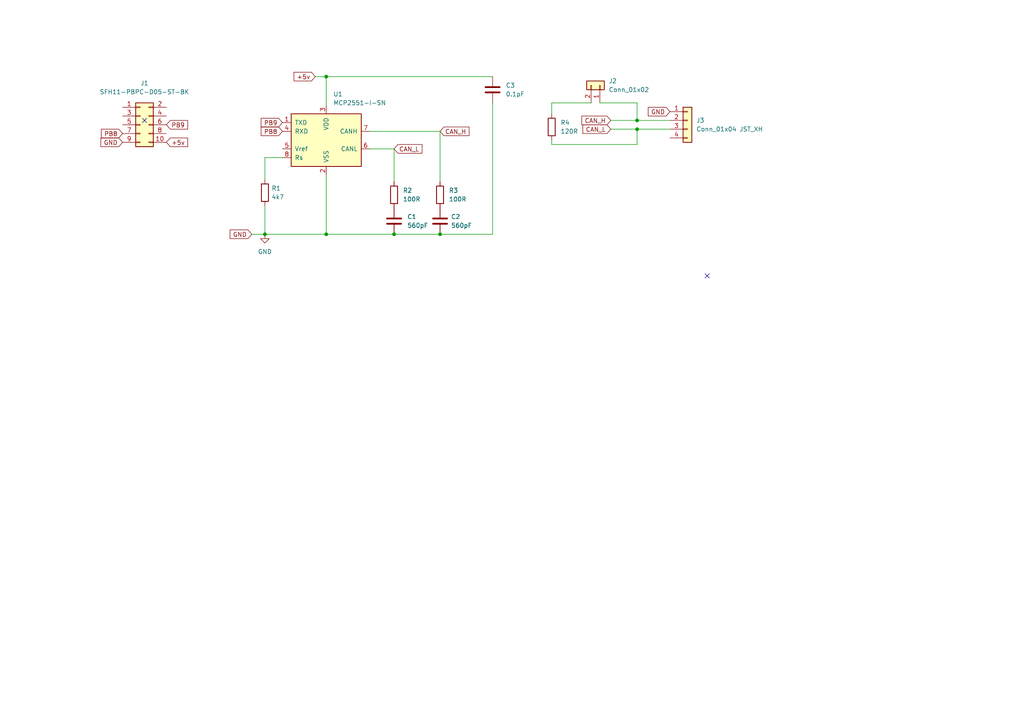
<source format=kicad_sch>
(kicad_sch (version 20211123) (generator eeschema)

  (uuid 198abf6f-6899-496a-8dbd-d73748042766)

  (paper "A4")

  (lib_symbols
    (symbol "Connector_Generic:Conn_01x02" (pin_names (offset 1.016) hide) (in_bom yes) (on_board yes)
      (property "Reference" "J" (id 0) (at 0 2.54 0)
        (effects (font (size 1.27 1.27)))
      )
      (property "Value" "Conn_01x02" (id 1) (at 0 -5.08 0)
        (effects (font (size 1.27 1.27)))
      )
      (property "Footprint" "" (id 2) (at 0 0 0)
        (effects (font (size 1.27 1.27)) hide)
      )
      (property "Datasheet" "~" (id 3) (at 0 0 0)
        (effects (font (size 1.27 1.27)) hide)
      )
      (property "ki_keywords" "connector" (id 4) (at 0 0 0)
        (effects (font (size 1.27 1.27)) hide)
      )
      (property "ki_description" "Generic connector, single row, 01x02, script generated (kicad-library-utils/schlib/autogen/connector/)" (id 5) (at 0 0 0)
        (effects (font (size 1.27 1.27)) hide)
      )
      (property "ki_fp_filters" "Connector*:*_1x??_*" (id 6) (at 0 0 0)
        (effects (font (size 1.27 1.27)) hide)
      )
      (symbol "Conn_01x02_1_1"
        (rectangle (start -1.27 -2.413) (end 0 -2.667)
          (stroke (width 0.1524) (type default) (color 0 0 0 0))
          (fill (type none))
        )
        (rectangle (start -1.27 0.127) (end 0 -0.127)
          (stroke (width 0.1524) (type default) (color 0 0 0 0))
          (fill (type none))
        )
        (rectangle (start -1.27 1.27) (end 1.27 -3.81)
          (stroke (width 0.254) (type default) (color 0 0 0 0))
          (fill (type background))
        )
        (pin passive line (at -5.08 0 0) (length 3.81)
          (name "Pin_1" (effects (font (size 1.27 1.27))))
          (number "1" (effects (font (size 1.27 1.27))))
        )
        (pin passive line (at -5.08 -2.54 0) (length 3.81)
          (name "Pin_2" (effects (font (size 1.27 1.27))))
          (number "2" (effects (font (size 1.27 1.27))))
        )
      )
    )
    (symbol "Connector_Generic:Conn_01x04" (pin_names (offset 1.016) hide) (in_bom yes) (on_board yes)
      (property "Reference" "J" (id 0) (at 0 5.08 0)
        (effects (font (size 1.27 1.27)))
      )
      (property "Value" "Conn_01x04" (id 1) (at 0 -7.62 0)
        (effects (font (size 1.27 1.27)))
      )
      (property "Footprint" "" (id 2) (at 0 0 0)
        (effects (font (size 1.27 1.27)) hide)
      )
      (property "Datasheet" "~" (id 3) (at 0 0 0)
        (effects (font (size 1.27 1.27)) hide)
      )
      (property "ki_keywords" "connector" (id 4) (at 0 0 0)
        (effects (font (size 1.27 1.27)) hide)
      )
      (property "ki_description" "Generic connector, single row, 01x04, script generated (kicad-library-utils/schlib/autogen/connector/)" (id 5) (at 0 0 0)
        (effects (font (size 1.27 1.27)) hide)
      )
      (property "ki_fp_filters" "Connector*:*_1x??_*" (id 6) (at 0 0 0)
        (effects (font (size 1.27 1.27)) hide)
      )
      (symbol "Conn_01x04_1_1"
        (rectangle (start -1.27 -4.953) (end 0 -5.207)
          (stroke (width 0.1524) (type default) (color 0 0 0 0))
          (fill (type none))
        )
        (rectangle (start -1.27 -2.413) (end 0 -2.667)
          (stroke (width 0.1524) (type default) (color 0 0 0 0))
          (fill (type none))
        )
        (rectangle (start -1.27 0.127) (end 0 -0.127)
          (stroke (width 0.1524) (type default) (color 0 0 0 0))
          (fill (type none))
        )
        (rectangle (start -1.27 2.667) (end 0 2.413)
          (stroke (width 0.1524) (type default) (color 0 0 0 0))
          (fill (type none))
        )
        (rectangle (start -1.27 3.81) (end 1.27 -6.35)
          (stroke (width 0.254) (type default) (color 0 0 0 0))
          (fill (type background))
        )
        (pin passive line (at -5.08 2.54 0) (length 3.81)
          (name "Pin_1" (effects (font (size 1.27 1.27))))
          (number "1" (effects (font (size 1.27 1.27))))
        )
        (pin passive line (at -5.08 0 0) (length 3.81)
          (name "Pin_2" (effects (font (size 1.27 1.27))))
          (number "2" (effects (font (size 1.27 1.27))))
        )
        (pin passive line (at -5.08 -2.54 0) (length 3.81)
          (name "Pin_3" (effects (font (size 1.27 1.27))))
          (number "3" (effects (font (size 1.27 1.27))))
        )
        (pin passive line (at -5.08 -5.08 0) (length 3.81)
          (name "Pin_4" (effects (font (size 1.27 1.27))))
          (number "4" (effects (font (size 1.27 1.27))))
        )
      )
    )
    (symbol "Connector_Generic:Conn_02x05_Odd_Even" (pin_names (offset 1.016) hide) (in_bom yes) (on_board yes)
      (property "Reference" "J" (id 0) (at 1.27 7.62 0)
        (effects (font (size 1.27 1.27)))
      )
      (property "Value" "Conn_02x05_Odd_Even" (id 1) (at 1.27 -7.62 0)
        (effects (font (size 1.27 1.27)))
      )
      (property "Footprint" "" (id 2) (at 0 0 0)
        (effects (font (size 1.27 1.27)) hide)
      )
      (property "Datasheet" "~" (id 3) (at 0 0 0)
        (effects (font (size 1.27 1.27)) hide)
      )
      (property "ki_keywords" "connector" (id 4) (at 0 0 0)
        (effects (font (size 1.27 1.27)) hide)
      )
      (property "ki_description" "Generic connector, double row, 02x05, odd/even pin numbering scheme (row 1 odd numbers, row 2 even numbers), script generated (kicad-library-utils/schlib/autogen/connector/)" (id 5) (at 0 0 0)
        (effects (font (size 1.27 1.27)) hide)
      )
      (property "ki_fp_filters" "Connector*:*_2x??_*" (id 6) (at 0 0 0)
        (effects (font (size 1.27 1.27)) hide)
      )
      (symbol "Conn_02x05_Odd_Even_1_1"
        (rectangle (start -1.27 -4.953) (end 0 -5.207)
          (stroke (width 0.1524) (type default) (color 0 0 0 0))
          (fill (type none))
        )
        (rectangle (start -1.27 -2.413) (end 0 -2.667)
          (stroke (width 0.1524) (type default) (color 0 0 0 0))
          (fill (type none))
        )
        (rectangle (start -1.27 0.127) (end 0 -0.127)
          (stroke (width 0.1524) (type default) (color 0 0 0 0))
          (fill (type none))
        )
        (rectangle (start -1.27 2.667) (end 0 2.413)
          (stroke (width 0.1524) (type default) (color 0 0 0 0))
          (fill (type none))
        )
        (rectangle (start -1.27 5.207) (end 0 4.953)
          (stroke (width 0.1524) (type default) (color 0 0 0 0))
          (fill (type none))
        )
        (rectangle (start -1.27 6.35) (end 3.81 -6.35)
          (stroke (width 0.254) (type default) (color 0 0 0 0))
          (fill (type background))
        )
        (rectangle (start 3.81 -4.953) (end 2.54 -5.207)
          (stroke (width 0.1524) (type default) (color 0 0 0 0))
          (fill (type none))
        )
        (rectangle (start 3.81 -2.413) (end 2.54 -2.667)
          (stroke (width 0.1524) (type default) (color 0 0 0 0))
          (fill (type none))
        )
        (rectangle (start 3.81 0.127) (end 2.54 -0.127)
          (stroke (width 0.1524) (type default) (color 0 0 0 0))
          (fill (type none))
        )
        (rectangle (start 3.81 2.667) (end 2.54 2.413)
          (stroke (width 0.1524) (type default) (color 0 0 0 0))
          (fill (type none))
        )
        (rectangle (start 3.81 5.207) (end 2.54 4.953)
          (stroke (width 0.1524) (type default) (color 0 0 0 0))
          (fill (type none))
        )
        (pin passive line (at -5.08 5.08 0) (length 3.81)
          (name "Pin_1" (effects (font (size 1.27 1.27))))
          (number "1" (effects (font (size 1.27 1.27))))
        )
        (pin passive line (at 7.62 -5.08 180) (length 3.81)
          (name "Pin_10" (effects (font (size 1.27 1.27))))
          (number "10" (effects (font (size 1.27 1.27))))
        )
        (pin passive line (at 7.62 5.08 180) (length 3.81)
          (name "Pin_2" (effects (font (size 1.27 1.27))))
          (number "2" (effects (font (size 1.27 1.27))))
        )
        (pin passive line (at -5.08 2.54 0) (length 3.81)
          (name "Pin_3" (effects (font (size 1.27 1.27))))
          (number "3" (effects (font (size 1.27 1.27))))
        )
        (pin passive line (at 7.62 2.54 180) (length 3.81)
          (name "Pin_4" (effects (font (size 1.27 1.27))))
          (number "4" (effects (font (size 1.27 1.27))))
        )
        (pin passive line (at -5.08 0 0) (length 3.81)
          (name "Pin_5" (effects (font (size 1.27 1.27))))
          (number "5" (effects (font (size 1.27 1.27))))
        )
        (pin passive line (at 7.62 0 180) (length 3.81)
          (name "Pin_6" (effects (font (size 1.27 1.27))))
          (number "6" (effects (font (size 1.27 1.27))))
        )
        (pin passive line (at -5.08 -2.54 0) (length 3.81)
          (name "Pin_7" (effects (font (size 1.27 1.27))))
          (number "7" (effects (font (size 1.27 1.27))))
        )
        (pin passive line (at 7.62 -2.54 180) (length 3.81)
          (name "Pin_8" (effects (font (size 1.27 1.27))))
          (number "8" (effects (font (size 1.27 1.27))))
        )
        (pin passive line (at -5.08 -5.08 0) (length 3.81)
          (name "Pin_9" (effects (font (size 1.27 1.27))))
          (number "9" (effects (font (size 1.27 1.27))))
        )
      )
    )
    (symbol "Device:C" (pin_numbers hide) (pin_names (offset 0.254)) (in_bom yes) (on_board yes)
      (property "Reference" "C" (id 0) (at 0.635 2.54 0)
        (effects (font (size 1.27 1.27)) (justify left))
      )
      (property "Value" "C" (id 1) (at 0.635 -2.54 0)
        (effects (font (size 1.27 1.27)) (justify left))
      )
      (property "Footprint" "" (id 2) (at 0.9652 -3.81 0)
        (effects (font (size 1.27 1.27)) hide)
      )
      (property "Datasheet" "~" (id 3) (at 0 0 0)
        (effects (font (size 1.27 1.27)) hide)
      )
      (property "ki_keywords" "cap capacitor" (id 4) (at 0 0 0)
        (effects (font (size 1.27 1.27)) hide)
      )
      (property "ki_description" "Unpolarized capacitor" (id 5) (at 0 0 0)
        (effects (font (size 1.27 1.27)) hide)
      )
      (property "ki_fp_filters" "C_*" (id 6) (at 0 0 0)
        (effects (font (size 1.27 1.27)) hide)
      )
      (symbol "C_0_1"
        (polyline
          (pts
            (xy -2.032 -0.762)
            (xy 2.032 -0.762)
          )
          (stroke (width 0.508) (type default) (color 0 0 0 0))
          (fill (type none))
        )
        (polyline
          (pts
            (xy -2.032 0.762)
            (xy 2.032 0.762)
          )
          (stroke (width 0.508) (type default) (color 0 0 0 0))
          (fill (type none))
        )
      )
      (symbol "C_1_1"
        (pin passive line (at 0 3.81 270) (length 2.794)
          (name "~" (effects (font (size 1.27 1.27))))
          (number "1" (effects (font (size 1.27 1.27))))
        )
        (pin passive line (at 0 -3.81 90) (length 2.794)
          (name "~" (effects (font (size 1.27 1.27))))
          (number "2" (effects (font (size 1.27 1.27))))
        )
      )
    )
    (symbol "Device:R" (pin_numbers hide) (pin_names (offset 0)) (in_bom yes) (on_board yes)
      (property "Reference" "R" (id 0) (at 2.032 0 90)
        (effects (font (size 1.27 1.27)))
      )
      (property "Value" "R" (id 1) (at 0 0 90)
        (effects (font (size 1.27 1.27)))
      )
      (property "Footprint" "" (id 2) (at -1.778 0 90)
        (effects (font (size 1.27 1.27)) hide)
      )
      (property "Datasheet" "~" (id 3) (at 0 0 0)
        (effects (font (size 1.27 1.27)) hide)
      )
      (property "ki_keywords" "R res resistor" (id 4) (at 0 0 0)
        (effects (font (size 1.27 1.27)) hide)
      )
      (property "ki_description" "Resistor" (id 5) (at 0 0 0)
        (effects (font (size 1.27 1.27)) hide)
      )
      (property "ki_fp_filters" "R_*" (id 6) (at 0 0 0)
        (effects (font (size 1.27 1.27)) hide)
      )
      (symbol "R_0_1"
        (rectangle (start -1.016 -2.54) (end 1.016 2.54)
          (stroke (width 0.254) (type default) (color 0 0 0 0))
          (fill (type none))
        )
      )
      (symbol "R_1_1"
        (pin passive line (at 0 3.81 270) (length 1.27)
          (name "~" (effects (font (size 1.27 1.27))))
          (number "1" (effects (font (size 1.27 1.27))))
        )
        (pin passive line (at 0 -3.81 90) (length 1.27)
          (name "~" (effects (font (size 1.27 1.27))))
          (number "2" (effects (font (size 1.27 1.27))))
        )
      )
    )
    (symbol "Interface_CAN_LIN:MCP2551-I-SN" (pin_names (offset 1.016)) (in_bom yes) (on_board yes)
      (property "Reference" "U" (id 0) (at -10.16 8.89 0)
        (effects (font (size 1.27 1.27)) (justify left))
      )
      (property "Value" "MCP2551-I-SN" (id 1) (at 2.54 8.89 0)
        (effects (font (size 1.27 1.27)) (justify left))
      )
      (property "Footprint" "Package_SO:SOIC-8_3.9x4.9mm_P1.27mm" (id 2) (at 0 -12.7 0)
        (effects (font (size 1.27 1.27) italic) hide)
      )
      (property "Datasheet" "http://ww1.microchip.com/downloads/en/devicedoc/21667d.pdf" (id 3) (at 0 0 0)
        (effects (font (size 1.27 1.27)) hide)
      )
      (property "ki_keywords" "High-Speed CAN Transceiver" (id 4) (at 0 0 0)
        (effects (font (size 1.27 1.27)) hide)
      )
      (property "ki_description" "High-Speed CAN Transceiver, 1Mbps, 5V supply, SOIC-8" (id 5) (at 0 0 0)
        (effects (font (size 1.27 1.27)) hide)
      )
      (property "ki_fp_filters" "SOIC*3.9x4.9mm*P1.27mm*" (id 6) (at 0 0 0)
        (effects (font (size 1.27 1.27)) hide)
      )
      (symbol "MCP2551-I-SN_0_1"
        (rectangle (start -10.16 7.62) (end 10.16 -7.62)
          (stroke (width 0.254) (type default) (color 0 0 0 0))
          (fill (type background))
        )
      )
      (symbol "MCP2551-I-SN_1_1"
        (pin input line (at -12.7 5.08 0) (length 2.54)
          (name "TXD" (effects (font (size 1.27 1.27))))
          (number "1" (effects (font (size 1.27 1.27))))
        )
        (pin power_in line (at 0 -10.16 90) (length 2.54)
          (name "VSS" (effects (font (size 1.27 1.27))))
          (number "2" (effects (font (size 1.27 1.27))))
        )
        (pin power_in line (at 0 10.16 270) (length 2.54)
          (name "VDD" (effects (font (size 1.27 1.27))))
          (number "3" (effects (font (size 1.27 1.27))))
        )
        (pin output line (at -12.7 2.54 0) (length 2.54)
          (name "RXD" (effects (font (size 1.27 1.27))))
          (number "4" (effects (font (size 1.27 1.27))))
        )
        (pin power_out line (at -12.7 -2.54 0) (length 2.54)
          (name "Vref" (effects (font (size 1.27 1.27))))
          (number "5" (effects (font (size 1.27 1.27))))
        )
        (pin bidirectional line (at 12.7 -2.54 180) (length 2.54)
          (name "CANL" (effects (font (size 1.27 1.27))))
          (number "6" (effects (font (size 1.27 1.27))))
        )
        (pin bidirectional line (at 12.7 2.54 180) (length 2.54)
          (name "CANH" (effects (font (size 1.27 1.27))))
          (number "7" (effects (font (size 1.27 1.27))))
        )
        (pin input line (at -12.7 -5.08 0) (length 2.54)
          (name "Rs" (effects (font (size 1.27 1.27))))
          (number "8" (effects (font (size 1.27 1.27))))
        )
      )
    )
    (symbol "power:GND" (power) (pin_names (offset 0)) (in_bom yes) (on_board yes)
      (property "Reference" "#PWR" (id 0) (at 0 -6.35 0)
        (effects (font (size 1.27 1.27)) hide)
      )
      (property "Value" "GND" (id 1) (at 0 -3.81 0)
        (effects (font (size 1.27 1.27)))
      )
      (property "Footprint" "" (id 2) (at 0 0 0)
        (effects (font (size 1.27 1.27)) hide)
      )
      (property "Datasheet" "" (id 3) (at 0 0 0)
        (effects (font (size 1.27 1.27)) hide)
      )
      (property "ki_keywords" "power-flag" (id 4) (at 0 0 0)
        (effects (font (size 1.27 1.27)) hide)
      )
      (property "ki_description" "Power symbol creates a global label with name \"GND\" , ground" (id 5) (at 0 0 0)
        (effects (font (size 1.27 1.27)) hide)
      )
      (symbol "GND_0_1"
        (polyline
          (pts
            (xy 0 0)
            (xy 0 -1.27)
            (xy 1.27 -1.27)
            (xy 0 -2.54)
            (xy -1.27 -1.27)
            (xy 0 -1.27)
          )
          (stroke (width 0) (type default) (color 0 0 0 0))
          (fill (type none))
        )
      )
      (symbol "GND_1_1"
        (pin power_in line (at 0 0 270) (length 0) hide
          (name "GND" (effects (font (size 1.27 1.27))))
          (number "1" (effects (font (size 1.27 1.27))))
        )
      )
    )
  )

  (junction (at 94.615 67.945) (diameter 0) (color 0 0 0 0)
    (uuid 053c1822-19a2-457e-833c-35e6c762f2f4)
  )
  (junction (at 184.785 34.925) (diameter 0) (color 0 0 0 0)
    (uuid 0d20be67-d12c-4cce-af52-d6713683af15)
  )
  (junction (at 76.835 67.945) (diameter 0) (color 0 0 0 0)
    (uuid 6ed50c72-fee1-4855-9d2d-8cbf03ab9a84)
  )
  (junction (at 184.785 37.465) (diameter 0) (color 0 0 0 0)
    (uuid a276aba6-3580-43e6-ab2b-72b17636b0bc)
  )
  (junction (at 127.635 67.945) (diameter 0) (color 0 0 0 0)
    (uuid a392752f-5db7-45e5-85a3-8bf340a0dce1)
  )
  (junction (at 94.615 22.225) (diameter 0) (color 0 0 0 0)
    (uuid daea8440-7cc8-4696-be1a-a5ad20c73747)
  )
  (junction (at 114.3 67.945) (diameter 0) (color 0 0 0 0)
    (uuid f8af1ac6-5069-479b-82de-dce527889e07)
  )

  (no_connect (at 41.91 34.925) (uuid 04f77d42-de1b-418b-bf35-af3905dd5abc))
  (no_connect (at 205.105 80.01) (uuid 04f77d42-de1b-418b-bf35-af3905dd5abc))

  (wire (pts (xy 184.785 34.925) (xy 194.31 34.925))
    (stroke (width 0) (type default) (color 0 0 0 0))
    (uuid 08cc23d7-c1da-45af-b845-c72e7bf2e7cd)
  )
  (wire (pts (xy 184.785 34.925) (xy 184.785 29.845))
    (stroke (width 0) (type default) (color 0 0 0 0))
    (uuid 175c7c8f-0711-4a52-9532-9f05b2d25745)
  )
  (wire (pts (xy 76.835 45.72) (xy 76.835 52.07))
    (stroke (width 0) (type default) (color 0 0 0 0))
    (uuid 17d5d84d-781e-4681-9055-467a5c0e1c17)
  )
  (wire (pts (xy 142.875 67.945) (xy 127.635 67.945))
    (stroke (width 0) (type default) (color 0 0 0 0))
    (uuid 1b691647-eff9-4006-982a-77b23d904355)
  )
  (wire (pts (xy 142.875 29.845) (xy 142.875 67.945))
    (stroke (width 0) (type default) (color 0 0 0 0))
    (uuid 20d50a29-8c87-4377-8a47-d5b5ce5de089)
  )
  (wire (pts (xy 81.915 45.72) (xy 76.835 45.72))
    (stroke (width 0) (type default) (color 0 0 0 0))
    (uuid 21d7a817-492e-4072-98fd-3f6bb4b3dd9c)
  )
  (wire (pts (xy 91.44 22.225) (xy 94.615 22.225))
    (stroke (width 0) (type default) (color 0 0 0 0))
    (uuid 2869fa80-2372-4f75-a691-356cc8d99077)
  )
  (wire (pts (xy 94.615 22.225) (xy 94.615 30.48))
    (stroke (width 0) (type default) (color 0 0 0 0))
    (uuid 342cadef-8d4a-4c59-b632-5808396efda8)
  )
  (wire (pts (xy 107.315 38.1) (xy 127.635 38.1))
    (stroke (width 0) (type default) (color 0 0 0 0))
    (uuid 34b531f0-81d1-457a-9b0b-0596df2cedde)
  )
  (wire (pts (xy 160.02 29.845) (xy 171.45 29.845))
    (stroke (width 0) (type default) (color 0 0 0 0))
    (uuid 3632c91d-d328-4431-902f-5631ce0ec203)
  )
  (wire (pts (xy 184.785 29.845) (xy 173.99 29.845))
    (stroke (width 0) (type default) (color 0 0 0 0))
    (uuid 37e34725-fc4e-4e77-b1f3-ce699ae8956a)
  )
  (wire (pts (xy 177.165 34.925) (xy 184.785 34.925))
    (stroke (width 0) (type default) (color 0 0 0 0))
    (uuid 3d7a765b-7eea-4a84-a4d2-3e5d8d0e5709)
  )
  (wire (pts (xy 76.835 59.69) (xy 76.835 67.945))
    (stroke (width 0) (type default) (color 0 0 0 0))
    (uuid 57f86665-7bfc-498f-a7f2-c43e603153e1)
  )
  (wire (pts (xy 127.635 38.1) (xy 127.635 52.705))
    (stroke (width 0) (type default) (color 0 0 0 0))
    (uuid 5a098534-bd91-4e76-b7e3-66f10e4567d5)
  )
  (wire (pts (xy 177.165 37.465) (xy 184.785 37.465))
    (stroke (width 0) (type default) (color 0 0 0 0))
    (uuid 61eee0bd-2bf3-4b09-b0ca-a8306ecc5b01)
  )
  (wire (pts (xy 94.615 50.8) (xy 94.615 67.945))
    (stroke (width 0) (type default) (color 0 0 0 0))
    (uuid 68150c1e-3973-453b-bc33-66b936cf6591)
  )
  (wire (pts (xy 76.835 67.945) (xy 94.615 67.945))
    (stroke (width 0) (type default) (color 0 0 0 0))
    (uuid 8962c015-58ea-4269-803c-388a491733ec)
  )
  (wire (pts (xy 114.3 67.945) (xy 127.635 67.945))
    (stroke (width 0) (type default) (color 0 0 0 0))
    (uuid 8eab5ef5-90f5-4499-8a1f-026a73dde8d1)
  )
  (wire (pts (xy 114.3 43.18) (xy 114.3 52.705))
    (stroke (width 0) (type default) (color 0 0 0 0))
    (uuid c07eefd5-66fe-433f-b8f1-7ee5b4068250)
  )
  (wire (pts (xy 160.02 41.91) (xy 184.785 41.91))
    (stroke (width 0) (type default) (color 0 0 0 0))
    (uuid c0c925f1-2de1-4345-a83e-dc6b7d3ee521)
  )
  (wire (pts (xy 184.785 37.465) (xy 194.31 37.465))
    (stroke (width 0) (type default) (color 0 0 0 0))
    (uuid d1aa3c02-f113-42fa-b09a-fdaebb20b1a2)
  )
  (wire (pts (xy 73.025 67.945) (xy 76.835 67.945))
    (stroke (width 0) (type default) (color 0 0 0 0))
    (uuid e261ff69-47aa-45de-be2c-0b03c8c4bd5b)
  )
  (wire (pts (xy 184.785 41.91) (xy 184.785 37.465))
    (stroke (width 0) (type default) (color 0 0 0 0))
    (uuid e4c93187-02a1-42f8-af4b-ead98a99c1c4)
  )
  (wire (pts (xy 107.315 43.18) (xy 114.3 43.18))
    (stroke (width 0) (type default) (color 0 0 0 0))
    (uuid eb28bff3-fe3a-45e6-a982-5d7584000613)
  )
  (wire (pts (xy 94.615 67.945) (xy 114.3 67.945))
    (stroke (width 0) (type default) (color 0 0 0 0))
    (uuid eb8076e6-af5a-4ec2-a357-e44ca91baf47)
  )
  (wire (pts (xy 94.615 22.225) (xy 142.875 22.225))
    (stroke (width 0) (type default) (color 0 0 0 0))
    (uuid f202c7c3-7c0e-4d35-b3fe-db18c4ad6fa8)
  )
  (wire (pts (xy 160.02 40.64) (xy 160.02 41.91))
    (stroke (width 0) (type default) (color 0 0 0 0))
    (uuid f781f09d-d633-4a0a-baa8-85dd7473b0aa)
  )
  (wire (pts (xy 160.02 33.02) (xy 160.02 29.845))
    (stroke (width 0) (type default) (color 0 0 0 0))
    (uuid ff2d714f-7570-4ac7-afac-1b5d3a9b60ff)
  )

  (global_label "GND" (shape input) (at 73.025 67.945 180) (fields_autoplaced)
    (effects (font (size 1.27 1.27)) (justify right))
    (uuid 00b6ed2a-09cc-462c-a1b5-b86e7c0d486f)
    (property "Intersheet References" "${INTERSHEET_REFS}" (id 0) (at 66.7414 67.8656 0)
      (effects (font (size 1.27 1.27)) (justify right) hide)
    )
  )
  (global_label "GND" (shape input) (at 194.31 32.385 180) (fields_autoplaced)
    (effects (font (size 1.27 1.27)) (justify right))
    (uuid 04140f18-9e1d-40a8-90dd-85068f861bd1)
    (property "Intersheet References" "${INTERSHEET_REFS}" (id 0) (at 188.0264 32.3056 0)
      (effects (font (size 1.27 1.27)) (justify right) hide)
    )
  )
  (global_label "PB8" (shape input) (at 81.915 38.1 180) (fields_autoplaced)
    (effects (font (size 1.27 1.27)) (justify right))
    (uuid 412c377c-3803-4c38-9301-d0eb4f174b73)
    (property "Intersheet References" "${INTERSHEET_REFS}" (id 0) (at 75.7524 38.0206 0)
      (effects (font (size 1.27 1.27)) (justify right) hide)
    )
  )
  (global_label "+5v" (shape input) (at 48.26 41.275 0) (fields_autoplaced)
    (effects (font (size 1.27 1.27)) (justify left))
    (uuid 4eaef984-2e38-44c8-9ec8-7cb84d8eae88)
    (property "Intersheet References" "${INTERSHEET_REFS}" (id 0) (at 54.4226 41.1956 0)
      (effects (font (size 1.27 1.27)) (justify left) hide)
    )
  )
  (global_label "GND" (shape input) (at 35.56 41.275 180) (fields_autoplaced)
    (effects (font (size 1.27 1.27)) (justify right))
    (uuid 5a359cce-8618-4e74-8411-a5e85e06e275)
    (property "Intersheet References" "${INTERSHEET_REFS}" (id 0) (at 29.2764 41.1956 0)
      (effects (font (size 1.27 1.27)) (justify right) hide)
    )
  )
  (global_label "CAN_L" (shape input) (at 114.3 43.18 0) (fields_autoplaced)
    (effects (font (size 1.27 1.27)) (justify left))
    (uuid 64bd1d90-8179-443d-9b03-6301782d597e)
    (property "Intersheet References" "${INTERSHEET_REFS}" (id 0) (at 122.3979 43.1006 0)
      (effects (font (size 1.27 1.27)) (justify left) hide)
    )
  )
  (global_label "PB9" (shape input) (at 81.915 35.56 180) (fields_autoplaced)
    (effects (font (size 1.27 1.27)) (justify right))
    (uuid 75101ca2-2d69-44c7-b18d-af83029e42c1)
    (property "Intersheet References" "${INTERSHEET_REFS}" (id 0) (at 75.7524 35.4806 0)
      (effects (font (size 1.27 1.27)) (justify right) hide)
    )
  )
  (global_label "PB9" (shape input) (at 48.26 36.195 0) (fields_autoplaced)
    (effects (font (size 1.27 1.27)) (justify left))
    (uuid 8f07d490-0061-47c3-853b-608067cbba03)
    (property "Intersheet References" "${INTERSHEET_REFS}" (id 0) (at 54.4226 36.1156 0)
      (effects (font (size 1.27 1.27)) (justify left) hide)
    )
  )
  (global_label "CAN_L" (shape input) (at 177.165 37.465 180) (fields_autoplaced)
    (effects (font (size 1.27 1.27)) (justify right))
    (uuid 9489f70c-19bd-4519-baca-7e4d53d957f7)
    (property "Intersheet References" "${INTERSHEET_REFS}" (id 0) (at 169.0671 37.3856 0)
      (effects (font (size 1.27 1.27)) (justify right) hide)
    )
  )
  (global_label "CAN_H" (shape input) (at 177.165 34.925 180) (fields_autoplaced)
    (effects (font (size 1.27 1.27)) (justify right))
    (uuid a2f9fc7e-b761-4a62-9463-ae82a3692350)
    (property "Intersheet References" "${INTERSHEET_REFS}" (id 0) (at 168.7648 34.8456 0)
      (effects (font (size 1.27 1.27)) (justify right) hide)
    )
  )
  (global_label "PB8" (shape input) (at 35.56 38.735 180) (fields_autoplaced)
    (effects (font (size 1.27 1.27)) (justify right))
    (uuid b08ae3a7-c2b8-43b7-a7bc-689d69351575)
    (property "Intersheet References" "${INTERSHEET_REFS}" (id 0) (at 29.3974 38.6556 0)
      (effects (font (size 1.27 1.27)) (justify right) hide)
    )
  )
  (global_label "+5v" (shape input) (at 91.44 22.225 180) (fields_autoplaced)
    (effects (font (size 1.27 1.27)) (justify right))
    (uuid cebf2b4a-1f58-425e-9f52-3131e6bdcce5)
    (property "Intersheet References" "${INTERSHEET_REFS}" (id 0) (at 85.2774 22.1456 0)
      (effects (font (size 1.27 1.27)) (justify right) hide)
    )
  )
  (global_label "CAN_H" (shape input) (at 127.635 38.1 0) (fields_autoplaced)
    (effects (font (size 1.27 1.27)) (justify left))
    (uuid df5638eb-0ea9-4867-8b6b-6806fdb7a261)
    (property "Intersheet References" "${INTERSHEET_REFS}" (id 0) (at 136.0352 38.0206 0)
      (effects (font (size 1.27 1.27)) (justify left) hide)
    )
  )

  (symbol (lib_id "Connector_Generic:Conn_01x02") (at 173.99 24.765 270) (mirror x) (unit 1)
    (in_bom yes) (on_board yes) (fields_autoplaced)
    (uuid 17f85899-c418-4a52-a529-8abfbeb9e586)
    (property "Reference" "J2" (id 0) (at 176.53 23.4949 90)
      (effects (font (size 1.27 1.27)) (justify left))
    )
    (property "Value" "Conn_01x02" (id 1) (at 176.53 26.0349 90)
      (effects (font (size 1.27 1.27)) (justify left))
    )
    (property "Footprint" "Connector_PinHeader_2.54mm:PinHeader_1x02_P2.54mm_Vertical" (id 2) (at 173.99 24.765 0)
      (effects (font (size 1.27 1.27)) hide)
    )
    (property "Datasheet" "~" (id 3) (at 173.99 24.765 0)
      (effects (font (size 1.27 1.27)) hide)
    )
    (pin "1" (uuid 2e3155d3-5135-427d-a555-a8fa9edd9d2e))
    (pin "2" (uuid e06fb88f-39a2-4c5d-8fe4-58feac5340da))
  )

  (symbol (lib_id "Device:C") (at 142.875 26.035 0) (unit 1)
    (in_bom yes) (on_board yes) (fields_autoplaced)
    (uuid 289aff93-e73c-4a3a-811d-0214dfcc5458)
    (property "Reference" "C3" (id 0) (at 146.685 24.7649 0)
      (effects (font (size 1.27 1.27)) (justify left))
    )
    (property "Value" "0.1pF" (id 1) (at 146.685 27.3049 0)
      (effects (font (size 1.27 1.27)) (justify left))
    )
    (property "Footprint" "Capacitor_SMD:C_0805_2012Metric_Pad1.18x1.45mm_HandSolder" (id 2) (at 143.8402 29.845 0)
      (effects (font (size 1.27 1.27)) hide)
    )
    (property "Datasheet" "~" (id 3) (at 142.875 26.035 0)
      (effects (font (size 1.27 1.27)) hide)
    )
    (pin "1" (uuid 95e03bf7-3aae-49d6-b4ba-bd654e6f17f5))
    (pin "2" (uuid 25245273-56da-49c5-83d5-95a26a4ebb90))
  )

  (symbol (lib_id "Connector_Generic:Conn_01x04") (at 199.39 34.925 0) (unit 1)
    (in_bom yes) (on_board yes) (fields_autoplaced)
    (uuid 2eafb1cc-52ec-42ab-95a4-a6c461b0a092)
    (property "Reference" "J3" (id 0) (at 201.93 34.9249 0)
      (effects (font (size 1.27 1.27)) (justify left))
    )
    (property "Value" "Conn_01x04 JST_XH" (id 1) (at 201.93 37.4649 0)
      (effects (font (size 1.27 1.27)) (justify left))
    )
    (property "Footprint" "Connector_JST:JST_XH_B4B-XH-A_1x04_P2.50mm_Vertical" (id 2) (at 199.39 34.925 0)
      (effects (font (size 1.27 1.27)) hide)
    )
    (property "Datasheet" "~" (id 3) (at 199.39 34.925 0)
      (effects (font (size 1.27 1.27)) hide)
    )
    (pin "1" (uuid 4dfa4a58-f673-44ff-9bf2-74f9f298e2a3))
    (pin "2" (uuid e3c1d6d0-7df0-4fd8-8f58-ad0595cc1604))
    (pin "3" (uuid cf746819-e69a-469f-8bef-90107fd124e2))
    (pin "4" (uuid 74a3371a-6524-4498-b944-b095b11cc828))
  )

  (symbol (lib_id "Device:R") (at 160.02 36.83 0) (unit 1)
    (in_bom yes) (on_board yes) (fields_autoplaced)
    (uuid 3176ec69-81ac-4837-85dd-0c831b07bf94)
    (property "Reference" "R4" (id 0) (at 162.56 35.5599 0)
      (effects (font (size 1.27 1.27)) (justify left))
    )
    (property "Value" "120R" (id 1) (at 162.56 38.0999 0)
      (effects (font (size 1.27 1.27)) (justify left))
    )
    (property "Footprint" "Resistor_SMD:R_0805_2012Metric_Pad1.20x1.40mm_HandSolder" (id 2) (at 158.242 36.83 90)
      (effects (font (size 1.27 1.27)) hide)
    )
    (property "Datasheet" "~" (id 3) (at 160.02 36.83 0)
      (effects (font (size 1.27 1.27)) hide)
    )
    (pin "1" (uuid 83da0592-d4ab-4087-afad-2cffe0e9e0a3))
    (pin "2" (uuid ebcc50a4-d736-40c6-a86c-2ce165769b3b))
  )

  (symbol (lib_id "Device:C") (at 114.3 64.135 0) (unit 1)
    (in_bom yes) (on_board yes) (fields_autoplaced)
    (uuid 34b3185c-2997-427e-962a-37e525899647)
    (property "Reference" "C1" (id 0) (at 118.11 62.8649 0)
      (effects (font (size 1.27 1.27)) (justify left))
    )
    (property "Value" "560pF" (id 1) (at 118.11 65.4049 0)
      (effects (font (size 1.27 1.27)) (justify left))
    )
    (property "Footprint" "Capacitor_SMD:C_0805_2012Metric_Pad1.18x1.45mm_HandSolder" (id 2) (at 115.2652 67.945 0)
      (effects (font (size 1.27 1.27)) hide)
    )
    (property "Datasheet" "~" (id 3) (at 114.3 64.135 0)
      (effects (font (size 1.27 1.27)) hide)
    )
    (pin "1" (uuid 7ff33303-17e5-4080-b4c6-f218d7065fa9))
    (pin "2" (uuid 21bccfeb-a4d8-4e0e-a292-d110da9a38b2))
  )

  (symbol (lib_id "Connector_Generic:Conn_02x05_Odd_Even") (at 40.64 36.195 0) (unit 1)
    (in_bom yes) (on_board yes) (fields_autoplaced)
    (uuid 38377cc0-eb76-45dc-81b9-0f3b2c24bd06)
    (property "Reference" "J1" (id 0) (at 41.91 24.13 0))
    (property "Value" "SFH11-PBPC-D05-ST-BK" (id 1) (at 41.91 26.67 0))
    (property "Footprint" "Connector_PinHeader_2.54mm:PinHeader_2x05_P2.54mm_Vertical" (id 2) (at 40.64 36.195 0)
      (effects (font (size 1.27 1.27)) hide)
    )
    (property "Datasheet" "~" (id 3) (at 40.64 36.195 0)
      (effects (font (size 1.27 1.27)) hide)
    )
    (pin "1" (uuid 6c5ad8b6-9148-42f4-bd74-27e5027e792c))
    (pin "10" (uuid 919ce5b2-0ae4-422a-85f9-0c432432b963))
    (pin "2" (uuid 5a91bc09-5598-4fb3-9056-ca6b18a46f21))
    (pin "3" (uuid 5d070266-19ef-4486-900a-14931e008653))
    (pin "4" (uuid 920a8d4e-7687-4c71-a642-cfd8eb409f47))
    (pin "5" (uuid 615f7655-0e01-44c2-bf26-e9a634675058))
    (pin "6" (uuid 4abba04b-ab53-4d9e-b095-1e4a46dbd885))
    (pin "7" (uuid cb8f15a6-6549-40c9-a34f-7c2b8f5aaa60))
    (pin "8" (uuid 25c0d082-a45c-4b1c-9d72-a686d29ca234))
    (pin "9" (uuid 540fa1bf-99ac-4427-b2ac-0f7b9e49f716))
  )

  (symbol (lib_id "power:GND") (at 76.835 67.945 0) (unit 1)
    (in_bom yes) (on_board yes) (fields_autoplaced)
    (uuid 8155c23b-f0dd-4ff3-bb0c-34ef454941d3)
    (property "Reference" "#PWR01" (id 0) (at 76.835 74.295 0)
      (effects (font (size 1.27 1.27)) hide)
    )
    (property "Value" "GND" (id 1) (at 76.835 73.025 0))
    (property "Footprint" "" (id 2) (at 76.835 67.945 0)
      (effects (font (size 1.27 1.27)) hide)
    )
    (property "Datasheet" "" (id 3) (at 76.835 67.945 0)
      (effects (font (size 1.27 1.27)) hide)
    )
    (pin "1" (uuid 1e6c8117-eb7d-4c97-95ed-f2e4e340f143))
  )

  (symbol (lib_id "Interface_CAN_LIN:MCP2551-I-SN") (at 94.615 40.64 0) (unit 1)
    (in_bom yes) (on_board yes) (fields_autoplaced)
    (uuid 98c27265-606f-4309-a1c7-65015d140a9f)
    (property "Reference" "U1" (id 0) (at 96.6344 27.305 0)
      (effects (font (size 1.27 1.27)) (justify left))
    )
    (property "Value" "MCP2551-I-SN" (id 1) (at 96.6344 29.845 0)
      (effects (font (size 1.27 1.27)) (justify left))
    )
    (property "Footprint" "Package_SO:SOIC-8_3.9x4.9mm_P1.27mm" (id 2) (at 94.615 53.34 0)
      (effects (font (size 1.27 1.27) italic) hide)
    )
    (property "Datasheet" "http://ww1.microchip.com/downloads/en/devicedoc/21667d.pdf" (id 3) (at 94.615 40.64 0)
      (effects (font (size 1.27 1.27)) hide)
    )
    (pin "1" (uuid 78ace8fb-ca0b-450c-be93-42e4776c506a))
    (pin "2" (uuid c8da7470-46e1-4c8b-9780-9e30bcdceae3))
    (pin "3" (uuid cc0761f2-2785-4f19-84f0-e6f20894648e))
    (pin "4" (uuid 2933df57-53fb-4733-843e-8aebe9ae94d5))
    (pin "5" (uuid c4f2dd4b-5296-4aec-96a7-b34e8ad1d5d7))
    (pin "6" (uuid 94483a4e-c0d8-4ef2-8ed3-41c8896a6d75))
    (pin "7" (uuid be91911c-e4d4-4f15-89f3-5db160673b1e))
    (pin "8" (uuid e8711dad-5a44-4916-8977-8c30e3bed4d1))
  )

  (symbol (lib_id "Device:R") (at 76.835 55.88 0) (unit 1)
    (in_bom yes) (on_board yes) (fields_autoplaced)
    (uuid a4938c30-3aa2-4439-94c9-e05b266f27d8)
    (property "Reference" "R1" (id 0) (at 78.74 54.6099 0)
      (effects (font (size 1.27 1.27)) (justify left))
    )
    (property "Value" "4k7" (id 1) (at 78.74 57.1499 0)
      (effects (font (size 1.27 1.27)) (justify left))
    )
    (property "Footprint" "Resistor_SMD:R_0805_2012Metric_Pad1.20x1.40mm_HandSolder" (id 2) (at 75.057 55.88 90)
      (effects (font (size 1.27 1.27)) hide)
    )
    (property "Datasheet" "~" (id 3) (at 76.835 55.88 0)
      (effects (font (size 1.27 1.27)) hide)
    )
    (pin "1" (uuid f49efcd8-1db0-4f65-8a8c-36845d02023d))
    (pin "2" (uuid f40df3bc-e598-4ca5-992b-8fe6bea389ef))
  )

  (symbol (lib_id "Device:C") (at 127.635 64.135 0) (unit 1)
    (in_bom yes) (on_board yes) (fields_autoplaced)
    (uuid bc5865fb-64cc-457e-b749-2375e3de6b24)
    (property "Reference" "C2" (id 0) (at 130.81 62.8649 0)
      (effects (font (size 1.27 1.27)) (justify left))
    )
    (property "Value" "560pF" (id 1) (at 130.81 65.4049 0)
      (effects (font (size 1.27 1.27)) (justify left))
    )
    (property "Footprint" "Capacitor_SMD:C_0805_2012Metric_Pad1.18x1.45mm_HandSolder" (id 2) (at 128.6002 67.945 0)
      (effects (font (size 1.27 1.27)) hide)
    )
    (property "Datasheet" "~" (id 3) (at 127.635 64.135 0)
      (effects (font (size 1.27 1.27)) hide)
    )
    (pin "1" (uuid 126373e9-f9f3-4d55-8b90-19533829ac8f))
    (pin "2" (uuid 9b32fdd0-d9b9-416d-9802-fefbb5ce608e))
  )

  (symbol (lib_id "Device:R") (at 114.3 56.515 0) (unit 1)
    (in_bom yes) (on_board yes) (fields_autoplaced)
    (uuid da74c110-5c41-4287-a87e-15de7b3fc345)
    (property "Reference" "R2" (id 0) (at 116.84 55.2449 0)
      (effects (font (size 1.27 1.27)) (justify left))
    )
    (property "Value" "100R" (id 1) (at 116.84 57.7849 0)
      (effects (font (size 1.27 1.27)) (justify left))
    )
    (property "Footprint" "Resistor_SMD:R_0805_2012Metric_Pad1.20x1.40mm_HandSolder" (id 2) (at 112.522 56.515 90)
      (effects (font (size 1.27 1.27)) hide)
    )
    (property "Datasheet" "~" (id 3) (at 114.3 56.515 0)
      (effects (font (size 1.27 1.27)) hide)
    )
    (pin "1" (uuid 523c2a9e-41b7-4aa8-aae2-e598e033e82b))
    (pin "2" (uuid ba891870-fbe3-4b3b-8137-1ff464cf8bce))
  )

  (symbol (lib_id "Device:R") (at 127.635 56.515 0) (unit 1)
    (in_bom yes) (on_board yes) (fields_autoplaced)
    (uuid e20ca6f8-c7a5-4f4d-90f6-9d174ebf14ab)
    (property "Reference" "R3" (id 0) (at 130.175 55.2449 0)
      (effects (font (size 1.27 1.27)) (justify left))
    )
    (property "Value" "100R" (id 1) (at 130.175 57.7849 0)
      (effects (font (size 1.27 1.27)) (justify left))
    )
    (property "Footprint" "Resistor_SMD:R_0805_2012Metric_Pad1.20x1.40mm_HandSolder" (id 2) (at 125.857 56.515 90)
      (effects (font (size 1.27 1.27)) hide)
    )
    (property "Datasheet" "~" (id 3) (at 127.635 56.515 0)
      (effects (font (size 1.27 1.27)) hide)
    )
    (pin "1" (uuid fb1dfb92-96ef-4295-90ae-b0e31f56895c))
    (pin "2" (uuid da252a26-6445-413c-8ef7-842e6da99e90))
  )

  (sheet_instances
    (path "/" (page "1"))
  )

  (symbol_instances
    (path "/8155c23b-f0dd-4ff3-bb0c-34ef454941d3"
      (reference "#PWR01") (unit 1) (value "GND") (footprint "")
    )
    (path "/34b3185c-2997-427e-962a-37e525899647"
      (reference "C1") (unit 1) (value "560pF") (footprint "Capacitor_SMD:C_0805_2012Metric_Pad1.18x1.45mm_HandSolder")
    )
    (path "/bc5865fb-64cc-457e-b749-2375e3de6b24"
      (reference "C2") (unit 1) (value "560pF") (footprint "Capacitor_SMD:C_0805_2012Metric_Pad1.18x1.45mm_HandSolder")
    )
    (path "/289aff93-e73c-4a3a-811d-0214dfcc5458"
      (reference "C3") (unit 1) (value "0.1pF") (footprint "Capacitor_SMD:C_0805_2012Metric_Pad1.18x1.45mm_HandSolder")
    )
    (path "/38377cc0-eb76-45dc-81b9-0f3b2c24bd06"
      (reference "J1") (unit 1) (value "SFH11-PBPC-D05-ST-BK") (footprint "Connector_PinHeader_2.54mm:PinHeader_2x05_P2.54mm_Vertical")
    )
    (path "/17f85899-c418-4a52-a529-8abfbeb9e586"
      (reference "J2") (unit 1) (value "Conn_01x02") (footprint "Connector_PinHeader_2.54mm:PinHeader_1x02_P2.54mm_Vertical")
    )
    (path "/2eafb1cc-52ec-42ab-95a4-a6c461b0a092"
      (reference "J3") (unit 1) (value "Conn_01x04 JST_XH") (footprint "Connector_JST:JST_XH_B4B-XH-A_1x04_P2.50mm_Vertical")
    )
    (path "/a4938c30-3aa2-4439-94c9-e05b266f27d8"
      (reference "R1") (unit 1) (value "4k7") (footprint "Resistor_SMD:R_0805_2012Metric_Pad1.20x1.40mm_HandSolder")
    )
    (path "/da74c110-5c41-4287-a87e-15de7b3fc345"
      (reference "R2") (unit 1) (value "100R") (footprint "Resistor_SMD:R_0805_2012Metric_Pad1.20x1.40mm_HandSolder")
    )
    (path "/e20ca6f8-c7a5-4f4d-90f6-9d174ebf14ab"
      (reference "R3") (unit 1) (value "100R") (footprint "Resistor_SMD:R_0805_2012Metric_Pad1.20x1.40mm_HandSolder")
    )
    (path "/3176ec69-81ac-4837-85dd-0c831b07bf94"
      (reference "R4") (unit 1) (value "120R") (footprint "Resistor_SMD:R_0805_2012Metric_Pad1.20x1.40mm_HandSolder")
    )
    (path "/98c27265-606f-4309-a1c7-65015d140a9f"
      (reference "U1") (unit 1) (value "MCP2551-I-SN") (footprint "Package_SO:SOIC-8_3.9x4.9mm_P1.27mm")
    )
  )
)

</source>
